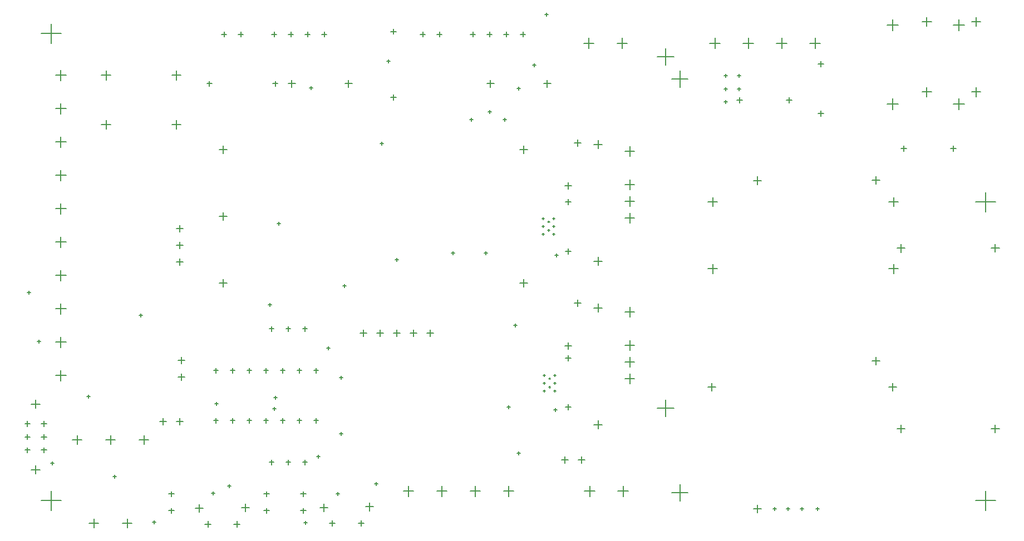
<source format=gbr>
G04 Layer_Color=128*
%FSLAX26Y26*%
%MOIN*%
%TF.FileFunction,Drillmap*%
%TF.Part,Single*%
G01*
G75*
%TA.AperFunction,NonConductor*%
%ADD201C,0.005000*%
D201*
X1977441Y1865000D02*
X2032559D01*
X2005000Y1837441D02*
Y1892559D01*
X2155354Y1870079D02*
X2175354D01*
X2165354Y1860079D02*
Y1880079D01*
X2254252Y1940000D02*
X2285748D01*
X2270000Y1924252D02*
Y1955748D01*
X2413583Y1953740D02*
X2460827D01*
X2470669Y1859252D02*
X2506102D01*
X2488386Y1841535D02*
Y1876968D01*
X2643898Y1859252D02*
X2679331D01*
X2661614Y1841535D02*
Y1876968D01*
X2689173Y1957677D02*
X2736417D01*
X2712795Y1934055D02*
Y1981299D01*
X2824252Y1940000D02*
X2855748D01*
X2840000Y1924252D02*
Y1955748D01*
X3044252Y1940000D02*
X3075748D01*
X3060000Y1924252D02*
Y1955748D01*
X3063445Y1867500D02*
X3083445D01*
X3073445Y1857500D02*
Y1877500D01*
X3158583Y1958740D02*
X3205827D01*
X3182205Y1935118D02*
Y1982362D01*
X3215669Y1864252D02*
X3251102D01*
X3233386Y1846535D02*
Y1881968D01*
X3388898Y1864252D02*
X3424331D01*
X3406614Y1846535D02*
Y1881968D01*
X3434173Y1962677D02*
X3481417D01*
X3457795Y1939055D02*
Y1986299D01*
X3658504Y2057481D02*
X3721496D01*
X3690000Y2025985D02*
Y2088977D01*
X3858504Y2057481D02*
X3921496D01*
X3890000Y2025985D02*
Y2088977D01*
X4058504Y2057481D02*
X4121496D01*
X4090000Y2025985D02*
Y2088977D01*
X4258504Y2057481D02*
X4321496D01*
X4290000Y2025985D02*
Y2088977D01*
X4340394Y2283465D02*
X4360394D01*
X4350394Y2273465D02*
Y2293465D01*
X4605984Y2244095D02*
X4645984D01*
X4625984Y2224095D02*
Y2264095D01*
X4705984Y2244095D02*
X4745984D01*
X4775000Y2088977D02*
Y2025985D01*
X4743504Y2057481D02*
X4806496D01*
X4943504D02*
X5006496D01*
X4975000Y2025985D02*
Y2088977D01*
X5265748Y2047244D02*
X5364173D01*
X5314961Y1998032D02*
Y2096457D01*
X5756378Y1950748D02*
X5803622D01*
X5780000Y1927126D02*
Y1974370D01*
X5873898Y1950748D02*
X5893898D01*
X5883898Y1940748D02*
Y1960748D01*
X5952638Y1950748D02*
X5972638D01*
X6035236D02*
X6055236D01*
X6045236Y1940748D02*
Y1960748D01*
X6129803Y1950748D02*
X6149803D01*
X6139803Y1940748D02*
Y1960748D01*
X5962638D02*
Y1940748D01*
X5230000Y2505787D02*
Y2604213D01*
X5279213Y2555000D02*
X5180787D01*
X5015000Y2700472D02*
Y2759528D01*
Y2800472D02*
Y2859528D01*
Y2900472D02*
Y2959528D01*
X4985472Y2930000D02*
X5044528D01*
Y2830000D02*
X4985472D01*
Y2730000D02*
X5044528D01*
X4850591Y2455000D02*
X4799409D01*
X4825000Y2480590D02*
Y2429410D01*
X4645000Y2543268D02*
Y2576732D01*
X4628268Y2560000D02*
X4661732D01*
X4566496Y2651260D02*
Y2664252D01*
X4560000Y2657756D02*
X4572992D01*
X4566496Y2698504D02*
Y2711496D01*
X4560000Y2705000D02*
X4572992D01*
X4566496Y2745748D02*
Y2758740D01*
X4503504D02*
Y2745748D01*
X4497008Y2752244D02*
X4510000D01*
X4528504Y2732559D02*
X4541496D01*
X4535000Y2726063D02*
Y2739055D01*
X4560000Y2752244D02*
X4572992D01*
X4541496Y2681378D02*
X4528504D01*
X4535000Y2674882D02*
Y2687874D01*
X4503504Y2698504D02*
Y2711496D01*
X4497008Y2705000D02*
X4510000D01*
Y2657756D02*
X4497008D01*
X4503504Y2651260D02*
Y2664252D01*
X4560000Y2545000D02*
X4580000D01*
X4570000Y2535000D02*
Y2555000D01*
X4300394Y2560000D02*
X4280394D01*
X4290394Y2550000D02*
Y2570000D01*
X4725984Y2264095D02*
Y2224095D01*
X4645000Y2838543D02*
Y2872008D01*
X4628268Y2855276D02*
X4661732D01*
X4645472Y2907047D02*
Y2947047D01*
X4625472Y2927047D02*
X4665472D01*
X4799409Y3155000D02*
X4850591D01*
X4825000Y3129410D02*
Y3180590D01*
X4985472Y3130000D02*
X5044528D01*
X5015000Y3100472D02*
Y3159528D01*
X4825000Y3409410D02*
Y3460590D01*
X4799409Y3435000D02*
X4850591D01*
X5015000Y3665472D02*
Y3724528D01*
Y3765472D02*
Y3824528D01*
X4985472Y3795000D02*
X5044528D01*
Y3695000D02*
X4985472D01*
Y3895000D02*
X5044528D01*
X5015000Y3865472D02*
Y3924528D01*
Y4065472D02*
Y4124528D01*
X4985472Y4095000D02*
X5044528D01*
X4850591Y4135000D02*
X4799409D01*
X4825000Y4160591D02*
Y4109409D01*
X4724528Y4142953D02*
X4684528D01*
X4704528Y4162953D02*
Y4122953D01*
X4665472Y3887047D02*
X4625472D01*
X4645472Y3867047D02*
Y3907047D01*
X4645000Y3807008D02*
Y3773543D01*
X4628268Y3790276D02*
X4661732D01*
X4566496Y3692244D02*
X4553504D01*
X4560000Y3685748D02*
Y3698740D01*
X4535000Y3672559D02*
X4522008D01*
X4528504Y3679055D02*
Y3666063D01*
Y3627874D02*
Y3614882D01*
X4522008Y3621378D02*
X4535000D01*
X4553504Y3645000D02*
X4566496D01*
X4560000Y3638504D02*
Y3651496D01*
Y3604252D02*
Y3591260D01*
X4553504Y3597756D02*
X4566496D01*
X4503504D02*
X4490512D01*
X4497008Y3591260D02*
Y3604252D01*
Y3638504D02*
Y3651496D01*
X4490512Y3645000D02*
X4503504D01*
X4565000Y3470000D02*
X4585000D01*
X4575000Y3460000D02*
Y3480000D01*
X4628268Y3495000D02*
X4661732D01*
X4645000Y3478268D02*
Y3511732D01*
X4684528Y3182953D02*
X4724528D01*
X4704528Y3162953D02*
Y3202953D01*
X4380000Y3281378D02*
Y3328622D01*
X4356378Y3305000D02*
X4403622D01*
X4330709Y3061181D02*
Y3041181D01*
X4320709Y3051181D02*
X4340709D01*
X4153543Y3474252D02*
Y3494252D01*
X4143543Y3484252D02*
X4163543D01*
X4490512Y3692244D02*
X4503504D01*
X4497008Y3685748D02*
Y3698740D01*
X4380000Y4081378D02*
Y4128622D01*
X4356378Y4105000D02*
X4403622D01*
X4265000Y4275000D02*
Y4295000D01*
X4255000Y4285000D02*
X4275000D01*
X4175000Y4320000D02*
Y4340000D01*
X4165000Y4330000D02*
X4185000D01*
X4340000Y4470000D02*
X4360000D01*
X4350000Y4460000D02*
Y4480000D01*
X4498346Y4500000D02*
X4541654D01*
X4520000Y4478346D02*
Y4521654D01*
X4738504Y4742520D02*
X4801496D01*
X4770000Y4711024D02*
Y4774016D01*
X4938504Y4742520D02*
X5001496D01*
X4970000Y4711024D02*
Y4774016D01*
X5180695Y4661123D02*
X5279120D01*
X5229907Y4611911D02*
Y4710336D01*
X5265748Y4527559D02*
X5364173D01*
X5580551Y4389764D02*
X5600551D01*
X5590551Y4379764D02*
Y4399764D01*
X5657480Y4400000D02*
X5690945D01*
X5674213Y4383268D02*
Y4416732D01*
X5952756Y4400000D02*
X5986221D01*
X5969488Y4383268D02*
Y4416732D01*
X6144685Y4320866D02*
X6178150D01*
X6161417Y4304134D02*
Y4337598D01*
X6557835Y4377559D02*
X6624764D01*
X6591299Y4344095D02*
Y4411024D01*
X6794724Y4422441D02*
Y4477559D01*
X6767165Y4450000D02*
X6822283D01*
X6951535Y4377559D02*
X7018465D01*
X6985000Y4344095D02*
Y4411024D01*
X7090000Y4422441D02*
Y4477559D01*
X7062441Y4450000D02*
X7117559D01*
X7090000Y4843701D02*
Y4898819D01*
X7062441Y4871260D02*
X7117559D01*
X7018465Y4850000D02*
X6951535D01*
X6985000Y4816535D02*
Y4883465D01*
X6794724Y4898819D02*
Y4843701D01*
X6767165Y4871260D02*
X6822283D01*
X6624764Y4850000D02*
X6557835D01*
X6591299Y4816535D02*
Y4883465D01*
X6125000Y4774016D02*
Y4711024D01*
X6156496Y4742520D02*
X6093504D01*
X6144685Y4616142D02*
X6178150D01*
X6161417Y4599409D02*
Y4632874D01*
X5925000Y4774016D02*
Y4711024D01*
X5893504Y4742520D02*
X5956496D01*
X5725000Y4774016D02*
Y4711024D01*
X5693504Y4742520D02*
X5756496D01*
X5679291Y4547244D02*
X5659291D01*
X5600551D02*
X5580551D01*
X5590551Y4537244D02*
Y4557244D01*
Y4478504D02*
Y4458504D01*
X5580551Y4468504D02*
X5600551D01*
X5659291D02*
X5679291D01*
X5669291Y4458504D02*
Y4478504D01*
Y4537244D02*
Y4557244D01*
X5525000Y4711024D02*
Y4774016D01*
X5556496Y4742520D02*
X5493504D01*
X5314961Y4576772D02*
Y4478346D01*
X5756378Y3919252D02*
X5803622D01*
X5780000Y3895630D02*
Y3942874D01*
X5539882Y3791575D02*
X5484764D01*
X5512323Y3764016D02*
Y3819134D01*
X5484764Y3390000D02*
X5539882D01*
X5512323Y3417559D02*
Y3362441D01*
X5507323Y2703622D02*
Y2656378D01*
X5483701Y2680000D02*
X5530945D01*
X6566378D02*
X6613622D01*
X6590000Y2656378D02*
Y2703622D01*
X6640000Y2453622D02*
Y2406378D01*
X6616378Y2430000D02*
X6663622D01*
X7146850Y1940945D02*
Y2059055D01*
X7087795Y2000000D02*
X7205905D01*
X7204724Y2407480D02*
Y2454724D01*
X7228346Y2431102D02*
X7181102D01*
X6490000Y2815039D02*
Y2862283D01*
X6466378Y2838661D02*
X6513622D01*
X6595000Y3362441D02*
Y3417559D01*
X6622559Y3390000D02*
X6567441D01*
X6616378Y3512677D02*
X6663622D01*
X6640000Y3489055D02*
Y3536299D01*
X6595000Y3764016D02*
Y3819134D01*
X6622559Y3791575D02*
X6567441D01*
X6490000Y3897717D02*
Y3944961D01*
X6466378Y3921339D02*
X6513622D01*
X6640630Y4110000D02*
X6674095D01*
X6657362Y4093268D02*
Y4126732D01*
X6935905Y4110000D02*
X6969370D01*
X6952638Y4093268D02*
Y4126732D01*
X7146850Y3849055D02*
Y3730945D01*
X7087795Y3790000D02*
X7205905D01*
X7204724Y3537401D02*
Y3490157D01*
X7228346Y3513780D02*
X7181102D01*
X4518010Y4903010D02*
Y4923010D01*
X4508010Y4913010D02*
X4528010D01*
X4390000Y4795000D02*
X4360000D01*
X4375000Y4780000D02*
Y4810000D01*
X4290000Y4795000D02*
X4260000D01*
X4275000Y4780000D02*
Y4810000D01*
X4190000Y4795000D02*
X4160000D01*
X4175000Y4780000D02*
Y4810000D01*
X4431990Y4611990D02*
X4451990D01*
X4441990Y4601990D02*
Y4621990D01*
X4201654Y4500000D02*
X4158346D01*
X4180000Y4478346D02*
Y4521654D01*
X4075000Y4285000D02*
X4055000D01*
X4065000Y4295000D02*
Y4275000D01*
X3570000Y4625000D02*
Y4645000D01*
X3560000Y4635000D02*
X3580000D01*
X3760000Y4795000D02*
X3790000D01*
X3775000Y4780000D02*
Y4810000D01*
X3860000Y4795000D02*
X3890000D01*
X3875000Y4780000D02*
Y4810000D01*
X4060000Y4795000D02*
X4090000D01*
X4075000Y4780000D02*
Y4810000D01*
X3615748Y4811850D02*
X3584252D01*
X3600000Y4796102D02*
Y4827598D01*
X3351653Y4500000D02*
X3308347D01*
X3330000Y4478346D02*
Y4521654D01*
X3115000Y4475000D02*
X3095000D01*
X3105000Y4465000D02*
Y4485000D01*
X3011653Y4500000D02*
X2968347D01*
X2990000Y4478346D02*
Y4521654D01*
X2907598Y4500000D02*
X2876102D01*
X2891850Y4484252D02*
Y4515748D01*
X3070000Y4795000D02*
X3100000D01*
X3085000Y4780000D02*
Y4810000D01*
X3170000Y4795000D02*
X3200000D01*
X3185000Y4780000D02*
Y4810000D01*
X3000000Y4795000D02*
X2970000D01*
X2985000Y4780000D02*
Y4810000D01*
X2900000Y4795000D02*
X2870000D01*
X2885000Y4780000D02*
Y4810000D01*
X2700000Y4795000D02*
X2670000D01*
X2685000Y4780000D02*
Y4810000D01*
X2600000Y4795000D02*
X2570000D01*
X2585000Y4780000D02*
Y4810000D01*
X2327559Y4550000D02*
X2272441D01*
X2300000Y4522441D02*
Y4577559D01*
X2482402Y4500000D02*
X2513898D01*
X2498150Y4484252D02*
Y4515748D01*
X2327559Y4254724D02*
X2272441D01*
X2300000Y4227165D02*
Y4282283D01*
X2556378Y4105000D02*
X2603622D01*
X2580000Y4081378D02*
Y4128622D01*
Y3728622D02*
Y3681378D01*
X2556378Y3705000D02*
X2603622D01*
X2903386Y3661417D02*
X2923386D01*
X2913386Y3651417D02*
Y3671417D01*
X3297087Y3287402D02*
X3317087D01*
X3307087Y3277402D02*
Y3297402D01*
X3208661Y2923386D02*
Y2903386D01*
X3151299Y2780000D02*
X3121771D01*
X3136535Y2765236D02*
Y2794764D01*
X3277402Y2736220D02*
X3297402D01*
X3287402Y2726220D02*
Y2746220D01*
X3151299Y2480000D02*
X3121771D01*
X3136535Y2465236D02*
Y2494764D01*
X3277402Y2401575D02*
X3297402D01*
X3287402Y2391575D02*
Y2411575D01*
X3159606Y2263780D02*
X3139606D01*
X3149606Y2253780D02*
Y2273780D01*
X3084764Y2230000D02*
X3055236D01*
X2984764D02*
X2955236D01*
X2970000Y2215236D02*
Y2244764D01*
X3044252Y2040000D02*
X3075748D01*
X3060000Y2024252D02*
Y2055748D01*
X3255000Y2040000D02*
X3275000D01*
X3265000Y2030000D02*
Y2050000D01*
X3487165Y2099528D02*
X3507165D01*
X3497165Y2089528D02*
Y2109528D01*
X3070000Y2215236D02*
Y2244764D01*
X3036535Y2465236D02*
Y2494764D01*
X3021771Y2480000D02*
X3051299D01*
X2951299D02*
X2921771D01*
X2936535Y2465236D02*
Y2494764D01*
X2893701Y2608110D02*
Y2628110D01*
X2883701Y2618110D02*
X2903701D01*
X2896535Y2550000D02*
X2876535D01*
X2886535Y2540000D02*
Y2560000D01*
X2851299Y2480000D02*
X2821771D01*
X2836535Y2465236D02*
Y2494764D01*
X2751299Y2480000D02*
X2721771D01*
X2736535Y2465236D02*
Y2494764D01*
X2651299Y2480000D02*
X2621771D01*
X2636535Y2465236D02*
Y2494764D01*
X2551299Y2480000D02*
X2521771D01*
X2536535Y2465236D02*
Y2494764D01*
X2540000Y2570000D02*
Y2590000D01*
X2530000Y2580000D02*
X2550000D01*
X2330000Y2720000D02*
Y2760000D01*
Y2820000D02*
Y2860000D01*
X2310000Y2840000D02*
X2350000D01*
Y2740000D02*
X2310000D01*
X2320000Y2495000D02*
Y2455000D01*
X2300000Y2475000D02*
X2340000D01*
X2240000D02*
X2200000D01*
X2220000Y2455000D02*
Y2495000D01*
X2132559Y2365000D02*
X2077441D01*
X2105000Y2337441D02*
Y2392559D01*
X1932559Y2365000D02*
X1877441D01*
X1905000Y2337441D02*
Y2392559D01*
X1919134Y2145669D02*
X1939134D01*
X1929134Y2155669D02*
Y2135669D01*
X1832559Y1865000D02*
X1777441D01*
X1805000Y1837441D02*
Y1892559D01*
X1609055Y2000000D02*
X1490945D01*
X1550000Y1940945D02*
Y2059055D01*
X1555118Y2214409D02*
Y2234409D01*
X1545118Y2224409D02*
X1565118D01*
X1705000Y2337441D02*
Y2392559D01*
X1732559Y2365000D02*
X1677441D01*
X1521653Y2460630D02*
X1490158D01*
X1505906Y2476378D02*
Y2444882D01*
Y2397638D02*
Y2366142D01*
X1490158Y2381890D02*
X1521653D01*
Y2303150D02*
X1490158D01*
X1505906Y2318898D02*
Y2287402D01*
X1407480D02*
Y2318898D01*
X1391732Y2303150D02*
X1423228D01*
X1407480Y2366142D02*
Y2397638D01*
X1391732Y2381890D02*
X1423228D01*
X1407480Y2444882D02*
Y2476378D01*
X1391732Y2460630D02*
X1423228D01*
X1431102Y2578740D02*
X1482283D01*
X1456693Y2553150D02*
Y2604331D01*
X1575985Y2750000D02*
X1638976D01*
X1607480Y2718504D02*
Y2781496D01*
X1764000Y2625000D02*
X1784000D01*
X1774000Y2615000D02*
Y2635000D01*
X1607480Y2918504D02*
Y2981496D01*
X1575985Y2950000D02*
X1638976D01*
X1607480Y3118504D02*
Y3181496D01*
X1575985Y3150000D02*
X1638976D01*
X1607480Y3318504D02*
Y3381496D01*
Y3518504D02*
Y3581496D01*
X1575985Y3550000D02*
X1638976D01*
X1607480Y3718504D02*
Y3781496D01*
X1575985Y3750000D02*
X1638976D01*
X1607480Y3918504D02*
Y3981496D01*
Y4118504D02*
Y4181496D01*
X1575985Y4150000D02*
X1638976D01*
X1607480Y4318504D02*
Y4381496D01*
X1575985Y4350000D02*
X1638976D01*
X1607480Y4518504D02*
Y4581496D01*
X1575985Y4550000D02*
X1638976D01*
X1550000Y4740945D02*
Y4859055D01*
X1609055Y4800000D02*
X1490945D01*
X1851181Y4550000D02*
X1906299D01*
X1878740Y4522441D02*
Y4577559D01*
Y4282283D02*
Y4227165D01*
X1851181Y4254724D02*
X1906299D01*
X1638976Y3950000D02*
X1575985D01*
X1427323Y3248032D02*
X1407323D01*
X1417323Y3238032D02*
Y3258032D01*
X1575985Y3350000D02*
X1638976D01*
X1486378Y2952756D02*
X1466378D01*
X1476378Y2942756D02*
Y2962756D01*
X2076614Y3110236D02*
X2096614D01*
X2086614Y3100236D02*
Y3120236D01*
X2300000Y3430000D02*
X2340000D01*
X2320000Y3410000D02*
Y3450000D01*
Y3510000D02*
Y3550000D01*
X2300000Y3530000D02*
X2340000D01*
X2320000Y3610000D02*
Y3650000D01*
X2300000Y3630000D02*
X2340000D01*
X2556378Y3305000D02*
X2603622D01*
X2848465Y3173425D02*
X2868465D01*
X2858465Y3163425D02*
Y3183425D01*
X2870000Y3044764D02*
Y3015236D01*
X2855236Y3030000D02*
X2884764D01*
X2851299Y2780000D02*
X2821771D01*
X2836535Y2765236D02*
Y2794764D01*
X2921771Y2780000D02*
X2951299D01*
X2936535Y2765236D02*
Y2794764D01*
X3021771Y2780000D02*
X3051299D01*
X3036535Y2765236D02*
Y2794764D01*
X3070000Y3015236D02*
Y3044764D01*
X3084764Y3030000D02*
X3055236D01*
X2984764D02*
X2955236D01*
X2970000Y3015236D02*
Y3044764D01*
X3198661Y2913386D02*
X3218661D01*
X3400000Y3003740D02*
X3440000D01*
X3420000Y2983740D02*
Y3023740D01*
X3500000Y3003740D02*
X3540000D01*
X3520000Y2983740D02*
Y3023740D01*
X3600000Y3003740D02*
X3640000D01*
X3620000Y2983740D02*
Y3023740D01*
X3700000Y3003740D02*
X3740000D01*
X3720000Y2983740D02*
Y3023740D01*
X3800000Y3003740D02*
X3840000D01*
X3820000Y2983740D02*
Y3023740D01*
X3946693Y3484252D02*
X3966693D01*
X3956693Y3474252D02*
Y3494252D01*
X3630000Y3443740D02*
X3610000D01*
X3620000Y3433740D02*
Y3453740D01*
X3530000Y4130000D02*
Y4150000D01*
X3520000Y4140000D02*
X3540000D01*
X3584252Y4418150D02*
X3615748D01*
X3600000Y4402402D02*
Y4433898D01*
X2580000Y3328622D02*
Y3281378D01*
X2551299Y2780000D02*
X2521771D01*
X2536535Y2765236D02*
Y2794764D01*
X2621771Y2780000D02*
X2651299D01*
X2636535Y2765236D02*
Y2794764D01*
X2721771Y2780000D02*
X2751299D01*
X2736535Y2765236D02*
Y2794764D01*
X2855236Y2230000D02*
X2884764D01*
X2870000Y2215236D02*
Y2244764D01*
X2855748Y2040000D02*
X2824252D01*
X2840000Y2024252D02*
Y2055748D01*
X2618110Y2076614D02*
Y2096614D01*
X2608110Y2086614D02*
X2628110D01*
X2530000Y2045000D02*
X2510000D01*
X2520000Y2035000D02*
Y2055000D01*
X2437205Y1977362D02*
Y1930118D01*
X2270000Y2024252D02*
Y2055748D01*
X2254252Y2040000D02*
X2285748D01*
X1456693Y2159449D02*
Y2210630D01*
X1431102Y2185039D02*
X1482283D01*
%TF.MD5,0e437ebb2397c434878a1ba94c42c390*%
M02*

</source>
